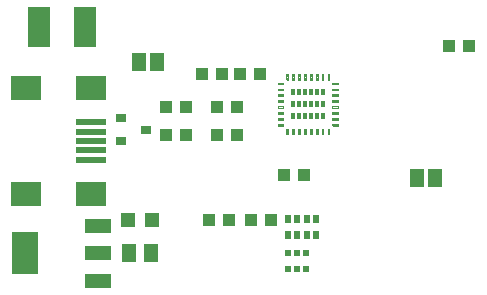
<source format=gtp>
G75*
G70*
%OFA0B0*%
%FSLAX24Y24*%
%IPPOS*%
%LPD*%
%AMOC8*
5,1,8,0,0,1.08239X$1,22.5*
%
%ADD10R,0.0433X0.0394*%
%ADD11R,0.0118X0.0236*%
%ADD12C,0.0040*%
%ADD13R,0.0500X0.0500*%
%ADD14R,0.0354X0.0315*%
%ADD15R,0.0748X0.1339*%
%ADD16R,0.0984X0.0197*%
%ADD17R,0.0984X0.0787*%
%ADD18R,0.0460X0.0630*%
%ADD19R,0.0197X0.0236*%
%ADD20R,0.0236X0.0236*%
%ADD21R,0.0197X0.0256*%
%ADD22R,0.0880X0.0480*%
%ADD23R,0.0866X0.1417*%
%ADD24R,0.0512X0.0591*%
D10*
X007845Y002930D03*
X008515Y002930D03*
X009220Y002930D03*
X009890Y002930D03*
X010345Y004430D03*
X011015Y004430D03*
X008765Y005755D03*
X008095Y005755D03*
X007065Y005755D03*
X006395Y005755D03*
X006395Y006680D03*
X007065Y006680D03*
X008095Y006680D03*
X008765Y006680D03*
X008877Y007780D03*
X009546Y007780D03*
X008265Y007780D03*
X007595Y007780D03*
X015845Y008705D03*
X016515Y008705D03*
D11*
X011622Y007174D03*
X011425Y007174D03*
X011228Y007174D03*
X011032Y007174D03*
X010835Y007174D03*
X010638Y007174D03*
X010638Y006780D03*
X010835Y006780D03*
X011032Y006780D03*
X011228Y006780D03*
X011425Y006780D03*
X011622Y006780D03*
X011622Y006386D03*
X011425Y006386D03*
X011228Y006386D03*
X011032Y006386D03*
X010835Y006386D03*
X010638Y006386D03*
D12*
X010313Y006317D02*
X010313Y006258D01*
X010136Y006258D01*
X010136Y006317D01*
X010313Y006317D01*
X010313Y006282D02*
X010136Y006282D01*
X010136Y006121D02*
X010136Y006061D01*
X010293Y006061D01*
X010313Y006081D01*
X010313Y006121D01*
X010136Y006121D01*
X010136Y006090D02*
X010313Y006090D01*
X010431Y005963D02*
X010471Y005963D01*
X010471Y005786D01*
X010411Y005786D01*
X010411Y005943D01*
X010431Y005963D01*
X010411Y005936D02*
X010471Y005936D01*
X010471Y005897D02*
X010411Y005897D01*
X010411Y005859D02*
X010471Y005859D01*
X010471Y005820D02*
X010411Y005820D01*
X010608Y005820D02*
X010667Y005820D01*
X010667Y005786D02*
X010608Y005786D01*
X010608Y005963D01*
X010667Y005963D01*
X010667Y005786D01*
X010667Y005859D02*
X010608Y005859D01*
X010608Y005897D02*
X010667Y005897D01*
X010667Y005936D02*
X010608Y005936D01*
X010805Y005936D02*
X010864Y005936D01*
X010864Y005963D02*
X010864Y005786D01*
X010805Y005786D01*
X010805Y005963D01*
X010864Y005963D01*
X010864Y005897D02*
X010805Y005897D01*
X010805Y005859D02*
X010864Y005859D01*
X010864Y005820D02*
X010805Y005820D01*
X011002Y005820D02*
X011061Y005820D01*
X011061Y005786D02*
X011002Y005786D01*
X011002Y005963D01*
X011061Y005963D01*
X011061Y005786D01*
X011061Y005859D02*
X011002Y005859D01*
X011002Y005897D02*
X011061Y005897D01*
X011061Y005936D02*
X011002Y005936D01*
X011199Y005936D02*
X011258Y005936D01*
X011258Y005963D02*
X011258Y005786D01*
X011199Y005786D01*
X011199Y005963D01*
X011258Y005963D01*
X011258Y005897D02*
X011199Y005897D01*
X011199Y005859D02*
X011258Y005859D01*
X011258Y005820D02*
X011199Y005820D01*
X011396Y005820D02*
X011455Y005820D01*
X011455Y005786D02*
X011396Y005786D01*
X011396Y005963D01*
X011455Y005963D01*
X011455Y005786D01*
X011455Y005859D02*
X011396Y005859D01*
X011396Y005897D02*
X011455Y005897D01*
X011455Y005936D02*
X011396Y005936D01*
X011593Y005936D02*
X011652Y005936D01*
X011652Y005963D02*
X011652Y005786D01*
X011593Y005786D01*
X011593Y005963D01*
X011652Y005963D01*
X011652Y005897D02*
X011593Y005897D01*
X011593Y005859D02*
X011652Y005859D01*
X011652Y005820D02*
X011593Y005820D01*
X011789Y005820D02*
X011849Y005820D01*
X011849Y005786D02*
X011789Y005786D01*
X011789Y005963D01*
X011829Y005963D01*
X011849Y005943D01*
X011849Y005786D01*
X011849Y005859D02*
X011789Y005859D01*
X011789Y005897D02*
X011849Y005897D01*
X011849Y005936D02*
X011789Y005936D01*
X011947Y006081D02*
X011947Y006121D01*
X012124Y006121D01*
X012124Y006061D01*
X011967Y006061D01*
X011947Y006081D01*
X011947Y006090D02*
X012124Y006090D01*
X012124Y006258D02*
X011947Y006258D01*
X011947Y006317D01*
X012124Y006317D01*
X012124Y006258D01*
X012124Y006282D02*
X011947Y006282D01*
X011947Y006455D02*
X011947Y006514D01*
X012124Y006514D01*
X012124Y006455D01*
X011947Y006455D01*
X011947Y006475D02*
X012124Y006475D01*
X012124Y006513D02*
X011947Y006513D01*
X011947Y006652D02*
X011947Y006711D01*
X012124Y006711D01*
X012124Y006652D01*
X011947Y006652D01*
X011947Y006667D02*
X012124Y006667D01*
X012124Y006706D02*
X011947Y006706D01*
X011947Y006849D02*
X011947Y006908D01*
X012124Y006908D01*
X012124Y006849D01*
X011947Y006849D01*
X011947Y006860D02*
X012124Y006860D01*
X012124Y006898D02*
X011947Y006898D01*
X011947Y007046D02*
X011947Y007105D01*
X012124Y007105D01*
X012124Y007046D01*
X011947Y007046D01*
X011947Y007052D02*
X012124Y007052D01*
X012124Y007091D02*
X011947Y007091D01*
X011947Y007243D02*
X011947Y007302D01*
X012124Y007302D01*
X012124Y007243D01*
X011947Y007243D01*
X011947Y007245D02*
X012124Y007245D01*
X012124Y007283D02*
X011947Y007283D01*
X011947Y007439D02*
X012124Y007439D01*
X012124Y007499D01*
X011967Y007499D01*
X011947Y007479D01*
X011947Y007439D01*
X011947Y007476D02*
X012124Y007476D01*
X011849Y007617D02*
X011849Y007774D01*
X011789Y007774D01*
X011789Y007597D01*
X011829Y007597D01*
X011849Y007617D01*
X011849Y007630D02*
X011789Y007630D01*
X011789Y007668D02*
X011849Y007668D01*
X011849Y007707D02*
X011789Y007707D01*
X011789Y007745D02*
X011849Y007745D01*
X011652Y007745D02*
X011593Y007745D01*
X011593Y007774D02*
X011652Y007774D01*
X011652Y007597D01*
X011593Y007597D01*
X011593Y007774D01*
X011593Y007707D02*
X011652Y007707D01*
X011652Y007668D02*
X011593Y007668D01*
X011593Y007630D02*
X011652Y007630D01*
X011455Y007630D02*
X011396Y007630D01*
X011396Y007597D02*
X011396Y007774D01*
X011455Y007774D01*
X011455Y007597D01*
X011396Y007597D01*
X011396Y007668D02*
X011455Y007668D01*
X011455Y007707D02*
X011396Y007707D01*
X011396Y007745D02*
X011455Y007745D01*
X011258Y007745D02*
X011199Y007745D01*
X011199Y007774D02*
X011258Y007774D01*
X011258Y007597D01*
X011199Y007597D01*
X011199Y007774D01*
X011199Y007707D02*
X011258Y007707D01*
X011258Y007668D02*
X011199Y007668D01*
X011199Y007630D02*
X011258Y007630D01*
X011061Y007630D02*
X011002Y007630D01*
X011002Y007597D02*
X011002Y007774D01*
X011061Y007774D01*
X011061Y007597D01*
X011002Y007597D01*
X011002Y007668D02*
X011061Y007668D01*
X011061Y007707D02*
X011002Y007707D01*
X011002Y007745D02*
X011061Y007745D01*
X010864Y007745D02*
X010805Y007745D01*
X010805Y007774D02*
X010864Y007774D01*
X010864Y007597D01*
X010805Y007597D01*
X010805Y007774D01*
X010805Y007707D02*
X010864Y007707D01*
X010864Y007668D02*
X010805Y007668D01*
X010805Y007630D02*
X010864Y007630D01*
X010667Y007630D02*
X010608Y007630D01*
X010608Y007597D02*
X010608Y007774D01*
X010667Y007774D01*
X010667Y007597D01*
X010608Y007597D01*
X010608Y007668D02*
X010667Y007668D01*
X010667Y007707D02*
X010608Y007707D01*
X010608Y007745D02*
X010667Y007745D01*
X010471Y007745D02*
X010411Y007745D01*
X010411Y007774D02*
X010471Y007774D01*
X010471Y007597D01*
X010431Y007597D01*
X010411Y007617D01*
X010411Y007774D01*
X010411Y007707D02*
X010471Y007707D01*
X010471Y007668D02*
X010411Y007668D01*
X010411Y007630D02*
X010471Y007630D01*
X010313Y007479D02*
X010313Y007439D01*
X010136Y007439D01*
X010136Y007499D01*
X010293Y007499D01*
X010313Y007479D01*
X010313Y007476D02*
X010136Y007476D01*
X010136Y007302D02*
X010136Y007243D01*
X010313Y007243D01*
X010313Y007302D01*
X010136Y007302D01*
X010136Y007283D02*
X010313Y007283D01*
X010313Y007245D02*
X010136Y007245D01*
X010136Y007105D02*
X010136Y007046D01*
X010313Y007046D01*
X010313Y007105D01*
X010136Y007105D01*
X010136Y007091D02*
X010313Y007091D01*
X010313Y007052D02*
X010136Y007052D01*
X010136Y006908D02*
X010136Y006849D01*
X010313Y006849D01*
X010313Y006908D01*
X010136Y006908D01*
X010136Y006898D02*
X010313Y006898D01*
X010313Y006860D02*
X010136Y006860D01*
X010136Y006711D02*
X010136Y006652D01*
X010313Y006652D01*
X010313Y006711D01*
X010136Y006711D01*
X010136Y006706D02*
X010313Y006706D01*
X010313Y006667D02*
X010136Y006667D01*
X010136Y006514D02*
X010136Y006455D01*
X010313Y006455D01*
X010313Y006514D01*
X010136Y006514D01*
X010136Y006513D02*
X010313Y006513D01*
X010313Y006475D02*
X010136Y006475D01*
D13*
X005930Y002930D03*
X005130Y002930D03*
D14*
X004911Y005556D03*
X005738Y005930D03*
X004911Y006304D03*
D15*
X003698Y009367D03*
X002162Y009367D03*
D16*
X003914Y006185D03*
X003914Y005870D03*
X003914Y005555D03*
X003914Y005240D03*
X003914Y004925D03*
D17*
X003914Y003783D03*
X001749Y003783D03*
X001749Y007327D03*
X003914Y007327D03*
D18*
X005505Y008180D03*
X006105Y008180D03*
X014755Y004305D03*
X015355Y004305D03*
D19*
X011068Y001831D03*
X010478Y001831D03*
X010478Y001279D03*
X011068Y001279D03*
D20*
X010773Y001279D03*
X010773Y001831D03*
D21*
X010773Y002414D03*
X011087Y002414D03*
X011402Y002414D03*
X011402Y002946D03*
X011087Y002946D03*
X010773Y002946D03*
X010458Y002946D03*
X010458Y002414D03*
D22*
X004150Y002715D03*
X004150Y001805D03*
X004150Y000895D03*
D23*
X001710Y001805D03*
D24*
X005156Y001805D03*
X005904Y001805D03*
M02*

</source>
